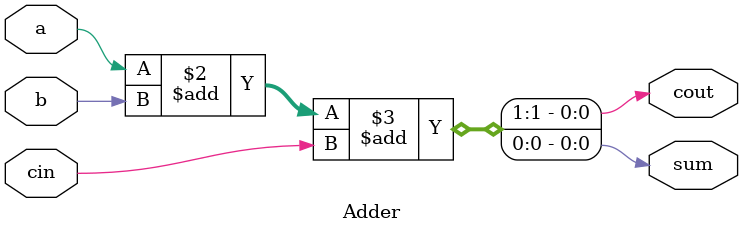
<source format=v>
`timescale 1ns / 1ps


module Adder(
    input a,
    input b,
    input cin,
    output cout,
    output sum
    );
    reg cout, sum;
    always @(a, b, cin)
        {cout, sum} = a + b + cin;
endmodule

</source>
